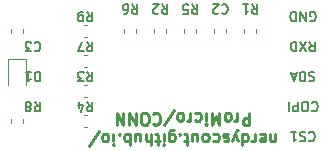
<source format=gbr>
G04 #@! TF.GenerationSoftware,KiCad,Pcbnew,5.1.5+dfsg1-2build2*
G04 #@! TF.CreationDate,2021-03-15T22:22:15+01:00*
G04 #@! TF.ProjectId,ProMicro_CONN,50726f4d-6963-4726-9f5f-434f4e4e2e6b,v1.5*
G04 #@! TF.SameCoordinates,Original*
G04 #@! TF.FileFunction,Legend,Top*
G04 #@! TF.FilePolarity,Positive*
%FSLAX46Y46*%
G04 Gerber Fmt 4.6, Leading zero omitted, Abs format (unit mm)*
G04 Created by KiCad*
%MOMM*%
%LPD*%
G04 APERTURE LIST*
%ADD10C,0.200000*%
%ADD11C,0.250000*%
%ADD12C,0.120000*%
G04 APERTURE END LIST*
D10*
X161804285Y-116554285D02*
X161842380Y-116516190D01*
X161956666Y-116478095D01*
X162032857Y-116478095D01*
X162147142Y-116516190D01*
X162223333Y-116592380D01*
X162261428Y-116668571D01*
X162299523Y-116820952D01*
X162299523Y-116935238D01*
X162261428Y-117087619D01*
X162223333Y-117163809D01*
X162147142Y-117240000D01*
X162032857Y-117278095D01*
X161956666Y-117278095D01*
X161842380Y-117240000D01*
X161804285Y-117201904D01*
X161499523Y-116516190D02*
X161385238Y-116478095D01*
X161194761Y-116478095D01*
X161118571Y-116516190D01*
X161080476Y-116554285D01*
X161042380Y-116630476D01*
X161042380Y-116706666D01*
X161080476Y-116782857D01*
X161118571Y-116820952D01*
X161194761Y-116859047D01*
X161347142Y-116897142D01*
X161423333Y-116935238D01*
X161461428Y-116973333D01*
X161499523Y-117049523D01*
X161499523Y-117125714D01*
X161461428Y-117201904D01*
X161423333Y-117240000D01*
X161347142Y-117278095D01*
X161156666Y-117278095D01*
X161042380Y-117240000D01*
X160280476Y-116478095D02*
X160737619Y-116478095D01*
X160509047Y-116478095D02*
X160509047Y-117278095D01*
X160585238Y-117163809D01*
X160661428Y-117087619D01*
X160737619Y-117049523D01*
X162051904Y-114014285D02*
X162090000Y-113976190D01*
X162204285Y-113938095D01*
X162280476Y-113938095D01*
X162394761Y-113976190D01*
X162470952Y-114052380D01*
X162509047Y-114128571D01*
X162547142Y-114280952D01*
X162547142Y-114395238D01*
X162509047Y-114547619D01*
X162470952Y-114623809D01*
X162394761Y-114700000D01*
X162280476Y-114738095D01*
X162204285Y-114738095D01*
X162090000Y-114700000D01*
X162051904Y-114661904D01*
X161556666Y-114738095D02*
X161404285Y-114738095D01*
X161328095Y-114700000D01*
X161251904Y-114623809D01*
X161213809Y-114471428D01*
X161213809Y-114204761D01*
X161251904Y-114052380D01*
X161328095Y-113976190D01*
X161404285Y-113938095D01*
X161556666Y-113938095D01*
X161632857Y-113976190D01*
X161709047Y-114052380D01*
X161747142Y-114204761D01*
X161747142Y-114471428D01*
X161709047Y-114623809D01*
X161632857Y-114700000D01*
X161556666Y-114738095D01*
X160870952Y-113938095D02*
X160870952Y-114738095D01*
X160566190Y-114738095D01*
X160490000Y-114700000D01*
X160451904Y-114661904D01*
X160413809Y-114585714D01*
X160413809Y-114471428D01*
X160451904Y-114395238D01*
X160490000Y-114357142D01*
X160566190Y-114319047D01*
X160870952Y-114319047D01*
X160070952Y-113938095D02*
X160070952Y-114738095D01*
X162261428Y-111436190D02*
X162147142Y-111398095D01*
X161956666Y-111398095D01*
X161880476Y-111436190D01*
X161842380Y-111474285D01*
X161804285Y-111550476D01*
X161804285Y-111626666D01*
X161842380Y-111702857D01*
X161880476Y-111740952D01*
X161956666Y-111779047D01*
X162109047Y-111817142D01*
X162185238Y-111855238D01*
X162223333Y-111893333D01*
X162261428Y-111969523D01*
X162261428Y-112045714D01*
X162223333Y-112121904D01*
X162185238Y-112160000D01*
X162109047Y-112198095D01*
X161918571Y-112198095D01*
X161804285Y-112160000D01*
X161461428Y-111398095D02*
X161461428Y-112198095D01*
X161270952Y-112198095D01*
X161156666Y-112160000D01*
X161080476Y-112083809D01*
X161042380Y-112007619D01*
X161004285Y-111855238D01*
X161004285Y-111740952D01*
X161042380Y-111588571D01*
X161080476Y-111512380D01*
X161156666Y-111436190D01*
X161270952Y-111398095D01*
X161461428Y-111398095D01*
X160699523Y-111626666D02*
X160318571Y-111626666D01*
X160775714Y-111398095D02*
X160509047Y-112198095D01*
X160242380Y-111398095D01*
X161823333Y-108858095D02*
X162090000Y-109239047D01*
X162280476Y-108858095D02*
X162280476Y-109658095D01*
X161975714Y-109658095D01*
X161899523Y-109620000D01*
X161861428Y-109581904D01*
X161823333Y-109505714D01*
X161823333Y-109391428D01*
X161861428Y-109315238D01*
X161899523Y-109277142D01*
X161975714Y-109239047D01*
X162280476Y-109239047D01*
X161556666Y-109658095D02*
X161023333Y-108858095D01*
X161023333Y-109658095D02*
X161556666Y-108858095D01*
X160718571Y-108858095D02*
X160718571Y-109658095D01*
X160528095Y-109658095D01*
X160413809Y-109620000D01*
X160337619Y-109543809D01*
X160299523Y-109467619D01*
X160261428Y-109315238D01*
X160261428Y-109200952D01*
X160299523Y-109048571D01*
X160337619Y-108972380D01*
X160413809Y-108896190D01*
X160528095Y-108858095D01*
X160718571Y-108858095D01*
X161899523Y-107080000D02*
X161975714Y-107118095D01*
X162090000Y-107118095D01*
X162204285Y-107080000D01*
X162280476Y-107003809D01*
X162318571Y-106927619D01*
X162356666Y-106775238D01*
X162356666Y-106660952D01*
X162318571Y-106508571D01*
X162280476Y-106432380D01*
X162204285Y-106356190D01*
X162090000Y-106318095D01*
X162013809Y-106318095D01*
X161899523Y-106356190D01*
X161861428Y-106394285D01*
X161861428Y-106660952D01*
X162013809Y-106660952D01*
X161518571Y-106318095D02*
X161518571Y-107118095D01*
X161061428Y-106318095D01*
X161061428Y-107118095D01*
X160680476Y-106318095D02*
X160680476Y-107118095D01*
X160490000Y-107118095D01*
X160375714Y-107080000D01*
X160299523Y-107003809D01*
X160261428Y-106927619D01*
X160223333Y-106775238D01*
X160223333Y-106660952D01*
X160261428Y-106508571D01*
X160299523Y-106432380D01*
X160375714Y-106356190D01*
X160490000Y-106318095D01*
X160680476Y-106318095D01*
D11*
X158963333Y-117294285D02*
X158963333Y-116627619D01*
X158963333Y-117199047D02*
X158915714Y-117246666D01*
X158820476Y-117294285D01*
X158677619Y-117294285D01*
X158582380Y-117246666D01*
X158534761Y-117151428D01*
X158534761Y-116627619D01*
X157677619Y-116675238D02*
X157772857Y-116627619D01*
X157963333Y-116627619D01*
X158058571Y-116675238D01*
X158106190Y-116770476D01*
X158106190Y-117151428D01*
X158058571Y-117246666D01*
X157963333Y-117294285D01*
X157772857Y-117294285D01*
X157677619Y-117246666D01*
X157630000Y-117151428D01*
X157630000Y-117056190D01*
X158106190Y-116960952D01*
X157201428Y-116627619D02*
X157201428Y-117294285D01*
X157201428Y-117103809D02*
X157153809Y-117199047D01*
X157106190Y-117246666D01*
X157010952Y-117294285D01*
X156915714Y-117294285D01*
X156153809Y-116627619D02*
X156153809Y-117627619D01*
X156153809Y-116675238D02*
X156249047Y-116627619D01*
X156439523Y-116627619D01*
X156534761Y-116675238D01*
X156582380Y-116722857D01*
X156630000Y-116818095D01*
X156630000Y-117103809D01*
X156582380Y-117199047D01*
X156534761Y-117246666D01*
X156439523Y-117294285D01*
X156249047Y-117294285D01*
X156153809Y-117246666D01*
X155772857Y-117294285D02*
X155534761Y-116627619D01*
X155296666Y-117294285D02*
X155534761Y-116627619D01*
X155630000Y-116389523D01*
X155677619Y-116341904D01*
X155772857Y-116294285D01*
X154963333Y-116675238D02*
X154868095Y-116627619D01*
X154677619Y-116627619D01*
X154582380Y-116675238D01*
X154534761Y-116770476D01*
X154534761Y-116818095D01*
X154582380Y-116913333D01*
X154677619Y-116960952D01*
X154820476Y-116960952D01*
X154915714Y-117008571D01*
X154963333Y-117103809D01*
X154963333Y-117151428D01*
X154915714Y-117246666D01*
X154820476Y-117294285D01*
X154677619Y-117294285D01*
X154582380Y-117246666D01*
X153677619Y-116675238D02*
X153772857Y-116627619D01*
X153963333Y-116627619D01*
X154058571Y-116675238D01*
X154106190Y-116722857D01*
X154153809Y-116818095D01*
X154153809Y-117103809D01*
X154106190Y-117199047D01*
X154058571Y-117246666D01*
X153963333Y-117294285D01*
X153772857Y-117294285D01*
X153677619Y-117246666D01*
X153106190Y-116627619D02*
X153201428Y-116675238D01*
X153249047Y-116722857D01*
X153296666Y-116818095D01*
X153296666Y-117103809D01*
X153249047Y-117199047D01*
X153201428Y-117246666D01*
X153106190Y-117294285D01*
X152963333Y-117294285D01*
X152868095Y-117246666D01*
X152820476Y-117199047D01*
X152772857Y-117103809D01*
X152772857Y-116818095D01*
X152820476Y-116722857D01*
X152868095Y-116675238D01*
X152963333Y-116627619D01*
X153106190Y-116627619D01*
X151915714Y-117294285D02*
X151915714Y-116627619D01*
X152344285Y-117294285D02*
X152344285Y-116770476D01*
X152296666Y-116675238D01*
X152201428Y-116627619D01*
X152058571Y-116627619D01*
X151963333Y-116675238D01*
X151915714Y-116722857D01*
X151582380Y-117294285D02*
X151201428Y-117294285D01*
X151439523Y-117627619D02*
X151439523Y-116770476D01*
X151391904Y-116675238D01*
X151296666Y-116627619D01*
X151201428Y-116627619D01*
X150868095Y-116722857D02*
X150820476Y-116675238D01*
X150868095Y-116627619D01*
X150915714Y-116675238D01*
X150868095Y-116722857D01*
X150868095Y-116627619D01*
X149963333Y-117294285D02*
X149963333Y-116484761D01*
X150010952Y-116389523D01*
X150058571Y-116341904D01*
X150153809Y-116294285D01*
X150296666Y-116294285D01*
X150391904Y-116341904D01*
X149963333Y-116675238D02*
X150058571Y-116627619D01*
X150249047Y-116627619D01*
X150344285Y-116675238D01*
X150391904Y-116722857D01*
X150439523Y-116818095D01*
X150439523Y-117103809D01*
X150391904Y-117199047D01*
X150344285Y-117246666D01*
X150249047Y-117294285D01*
X150058571Y-117294285D01*
X149963333Y-117246666D01*
X149487142Y-116627619D02*
X149487142Y-117294285D01*
X149487142Y-117627619D02*
X149534761Y-117580000D01*
X149487142Y-117532380D01*
X149439523Y-117580000D01*
X149487142Y-117627619D01*
X149487142Y-117532380D01*
X149153809Y-117294285D02*
X148772857Y-117294285D01*
X149010952Y-117627619D02*
X149010952Y-116770476D01*
X148963333Y-116675238D01*
X148868095Y-116627619D01*
X148772857Y-116627619D01*
X148439523Y-116627619D02*
X148439523Y-117627619D01*
X148010952Y-116627619D02*
X148010952Y-117151428D01*
X148058571Y-117246666D01*
X148153809Y-117294285D01*
X148296666Y-117294285D01*
X148391904Y-117246666D01*
X148439523Y-117199047D01*
X147106190Y-117294285D02*
X147106190Y-116627619D01*
X147534761Y-117294285D02*
X147534761Y-116770476D01*
X147487142Y-116675238D01*
X147391904Y-116627619D01*
X147249047Y-116627619D01*
X147153809Y-116675238D01*
X147106190Y-116722857D01*
X146630000Y-116627619D02*
X146630000Y-117627619D01*
X146630000Y-117246666D02*
X146534761Y-117294285D01*
X146344285Y-117294285D01*
X146249047Y-117246666D01*
X146201428Y-117199047D01*
X146153809Y-117103809D01*
X146153809Y-116818095D01*
X146201428Y-116722857D01*
X146249047Y-116675238D01*
X146344285Y-116627619D01*
X146534761Y-116627619D01*
X146630000Y-116675238D01*
X145725238Y-116722857D02*
X145677619Y-116675238D01*
X145725238Y-116627619D01*
X145772857Y-116675238D01*
X145725238Y-116722857D01*
X145725238Y-116627619D01*
X145249047Y-116627619D02*
X145249047Y-117294285D01*
X145249047Y-117627619D02*
X145296666Y-117580000D01*
X145249047Y-117532380D01*
X145201428Y-117580000D01*
X145249047Y-117627619D01*
X145249047Y-117532380D01*
X144630000Y-116627619D02*
X144725238Y-116675238D01*
X144772857Y-116722857D01*
X144820476Y-116818095D01*
X144820476Y-117103809D01*
X144772857Y-117199047D01*
X144725238Y-117246666D01*
X144630000Y-117294285D01*
X144487142Y-117294285D01*
X144391904Y-117246666D01*
X144344285Y-117199047D01*
X144296666Y-117103809D01*
X144296666Y-116818095D01*
X144344285Y-116722857D01*
X144391904Y-116675238D01*
X144487142Y-116627619D01*
X144630000Y-116627619D01*
X143153809Y-117675238D02*
X144010952Y-116389523D01*
X156749047Y-114877619D02*
X156749047Y-115877619D01*
X156368095Y-115877619D01*
X156272857Y-115830000D01*
X156225238Y-115782380D01*
X156177619Y-115687142D01*
X156177619Y-115544285D01*
X156225238Y-115449047D01*
X156272857Y-115401428D01*
X156368095Y-115353809D01*
X156749047Y-115353809D01*
X155749047Y-114877619D02*
X155749047Y-115544285D01*
X155749047Y-115353809D02*
X155701428Y-115449047D01*
X155653809Y-115496666D01*
X155558571Y-115544285D01*
X155463333Y-115544285D01*
X154987142Y-114877619D02*
X155082380Y-114925238D01*
X155130000Y-114972857D01*
X155177619Y-115068095D01*
X155177619Y-115353809D01*
X155130000Y-115449047D01*
X155082380Y-115496666D01*
X154987142Y-115544285D01*
X154844285Y-115544285D01*
X154749047Y-115496666D01*
X154701428Y-115449047D01*
X154653809Y-115353809D01*
X154653809Y-115068095D01*
X154701428Y-114972857D01*
X154749047Y-114925238D01*
X154844285Y-114877619D01*
X154987142Y-114877619D01*
X154225238Y-114877619D02*
X154225238Y-115877619D01*
X153891904Y-115163333D01*
X153558571Y-115877619D01*
X153558571Y-114877619D01*
X153082380Y-114877619D02*
X153082380Y-115544285D01*
X153082380Y-115877619D02*
X153130000Y-115830000D01*
X153082380Y-115782380D01*
X153034761Y-115830000D01*
X153082380Y-115877619D01*
X153082380Y-115782380D01*
X152177619Y-114925238D02*
X152272857Y-114877619D01*
X152463333Y-114877619D01*
X152558571Y-114925238D01*
X152606190Y-114972857D01*
X152653809Y-115068095D01*
X152653809Y-115353809D01*
X152606190Y-115449047D01*
X152558571Y-115496666D01*
X152463333Y-115544285D01*
X152272857Y-115544285D01*
X152177619Y-115496666D01*
X151749047Y-114877619D02*
X151749047Y-115544285D01*
X151749047Y-115353809D02*
X151701428Y-115449047D01*
X151653809Y-115496666D01*
X151558571Y-115544285D01*
X151463333Y-115544285D01*
X150987142Y-114877619D02*
X151082380Y-114925238D01*
X151130000Y-114972857D01*
X151177619Y-115068095D01*
X151177619Y-115353809D01*
X151130000Y-115449047D01*
X151082380Y-115496666D01*
X150987142Y-115544285D01*
X150844285Y-115544285D01*
X150749047Y-115496666D01*
X150701428Y-115449047D01*
X150653809Y-115353809D01*
X150653809Y-115068095D01*
X150701428Y-114972857D01*
X150749047Y-114925238D01*
X150844285Y-114877619D01*
X150987142Y-114877619D01*
X149510952Y-115925238D02*
X150368095Y-114639523D01*
X148606190Y-114972857D02*
X148653809Y-114925238D01*
X148796666Y-114877619D01*
X148891904Y-114877619D01*
X149034761Y-114925238D01*
X149130000Y-115020476D01*
X149177619Y-115115714D01*
X149225238Y-115306190D01*
X149225238Y-115449047D01*
X149177619Y-115639523D01*
X149130000Y-115734761D01*
X149034761Y-115830000D01*
X148891904Y-115877619D01*
X148796666Y-115877619D01*
X148653809Y-115830000D01*
X148606190Y-115782380D01*
X147987142Y-115877619D02*
X147796666Y-115877619D01*
X147701428Y-115830000D01*
X147606190Y-115734761D01*
X147558571Y-115544285D01*
X147558571Y-115210952D01*
X147606190Y-115020476D01*
X147701428Y-114925238D01*
X147796666Y-114877619D01*
X147987142Y-114877619D01*
X148082380Y-114925238D01*
X148177619Y-115020476D01*
X148225238Y-115210952D01*
X148225238Y-115544285D01*
X148177619Y-115734761D01*
X148082380Y-115830000D01*
X147987142Y-115877619D01*
X147130000Y-114877619D02*
X147130000Y-115877619D01*
X146558571Y-114877619D01*
X146558571Y-115877619D01*
X146082380Y-114877619D02*
X146082380Y-115877619D01*
X145510952Y-114877619D01*
X145510952Y-115877619D01*
D12*
X142712221Y-116080000D02*
X143037779Y-116080000D01*
X142712221Y-115060000D02*
X143037779Y-115060000D01*
X143037779Y-107440000D02*
X142712221Y-107440000D01*
X143037779Y-108460000D02*
X142712221Y-108460000D01*
X137606548Y-115407221D02*
X137606548Y-115732779D01*
X136586548Y-115407221D02*
X136586548Y-115732779D01*
X143037779Y-111000000D02*
X142712221Y-111000000D01*
X143037779Y-109980000D02*
X142712221Y-109980000D01*
X146175000Y-108112779D02*
X146175000Y-107787221D01*
X147195000Y-108112779D02*
X147195000Y-107787221D01*
X151255000Y-108112779D02*
X151255000Y-107787221D01*
X152275000Y-108112779D02*
X152275000Y-107787221D01*
X142712221Y-112520000D02*
X143037779Y-112520000D01*
X142712221Y-113540000D02*
X143037779Y-113540000D01*
X148715000Y-108112779D02*
X148715000Y-107787221D01*
X149735000Y-108112779D02*
X149735000Y-107787221D01*
X156335000Y-108112779D02*
X156335000Y-107787221D01*
X157355000Y-108112779D02*
X157355000Y-107787221D01*
X136586548Y-108112779D02*
X136586548Y-107787221D01*
X137606548Y-108112779D02*
X137606548Y-107787221D01*
X153795000Y-108112779D02*
X153795000Y-107787221D01*
X154815000Y-108112779D02*
X154815000Y-107787221D01*
X136361548Y-110275000D02*
X136361548Y-112560000D01*
X137831548Y-110275000D02*
X136361548Y-110275000D01*
X137831548Y-112560000D02*
X137831548Y-110275000D01*
D10*
X143008333Y-113938095D02*
X143275000Y-114319047D01*
X143465476Y-113938095D02*
X143465476Y-114738095D01*
X143160714Y-114738095D01*
X143084523Y-114700000D01*
X143046428Y-114661904D01*
X143008333Y-114585714D01*
X143008333Y-114471428D01*
X143046428Y-114395238D01*
X143084523Y-114357142D01*
X143160714Y-114319047D01*
X143465476Y-114319047D01*
X142322619Y-114471428D02*
X142322619Y-113938095D01*
X142513095Y-114776190D02*
X142703571Y-114204761D01*
X142208333Y-114204761D01*
X143008333Y-106318095D02*
X143275000Y-106699047D01*
X143465476Y-106318095D02*
X143465476Y-107118095D01*
X143160714Y-107118095D01*
X143084523Y-107080000D01*
X143046428Y-107041904D01*
X143008333Y-106965714D01*
X143008333Y-106851428D01*
X143046428Y-106775238D01*
X143084523Y-106737142D01*
X143160714Y-106699047D01*
X143465476Y-106699047D01*
X142627380Y-106318095D02*
X142475000Y-106318095D01*
X142398809Y-106356190D01*
X142360714Y-106394285D01*
X142284523Y-106508571D01*
X142246428Y-106660952D01*
X142246428Y-106965714D01*
X142284523Y-107041904D01*
X142322619Y-107080000D01*
X142398809Y-107118095D01*
X142551190Y-107118095D01*
X142627380Y-107080000D01*
X142665476Y-107041904D01*
X142703571Y-106965714D01*
X142703571Y-106775238D01*
X142665476Y-106699047D01*
X142627380Y-106660952D01*
X142551190Y-106622857D01*
X142398809Y-106622857D01*
X142322619Y-106660952D01*
X142284523Y-106699047D01*
X142246428Y-106775238D01*
X138563333Y-113938095D02*
X138830000Y-114319047D01*
X139020476Y-113938095D02*
X139020476Y-114738095D01*
X138715714Y-114738095D01*
X138639523Y-114700000D01*
X138601428Y-114661904D01*
X138563333Y-114585714D01*
X138563333Y-114471428D01*
X138601428Y-114395238D01*
X138639523Y-114357142D01*
X138715714Y-114319047D01*
X139020476Y-114319047D01*
X138106190Y-114395238D02*
X138182380Y-114433333D01*
X138220476Y-114471428D01*
X138258571Y-114547619D01*
X138258571Y-114585714D01*
X138220476Y-114661904D01*
X138182380Y-114700000D01*
X138106190Y-114738095D01*
X137953809Y-114738095D01*
X137877619Y-114700000D01*
X137839523Y-114661904D01*
X137801428Y-114585714D01*
X137801428Y-114547619D01*
X137839523Y-114471428D01*
X137877619Y-114433333D01*
X137953809Y-114395238D01*
X138106190Y-114395238D01*
X138182380Y-114357142D01*
X138220476Y-114319047D01*
X138258571Y-114242857D01*
X138258571Y-114090476D01*
X138220476Y-114014285D01*
X138182380Y-113976190D01*
X138106190Y-113938095D01*
X137953809Y-113938095D01*
X137877619Y-113976190D01*
X137839523Y-114014285D01*
X137801428Y-114090476D01*
X137801428Y-114242857D01*
X137839523Y-114319047D01*
X137877619Y-114357142D01*
X137953809Y-114395238D01*
X143008333Y-108858095D02*
X143275000Y-109239047D01*
X143465476Y-108858095D02*
X143465476Y-109658095D01*
X143160714Y-109658095D01*
X143084523Y-109620000D01*
X143046428Y-109581904D01*
X143008333Y-109505714D01*
X143008333Y-109391428D01*
X143046428Y-109315238D01*
X143084523Y-109277142D01*
X143160714Y-109239047D01*
X143465476Y-109239047D01*
X142741666Y-109658095D02*
X142208333Y-109658095D01*
X142551190Y-108858095D01*
X146818333Y-105683095D02*
X147085000Y-106064047D01*
X147275476Y-105683095D02*
X147275476Y-106483095D01*
X146970714Y-106483095D01*
X146894523Y-106445000D01*
X146856428Y-106406904D01*
X146818333Y-106330714D01*
X146818333Y-106216428D01*
X146856428Y-106140238D01*
X146894523Y-106102142D01*
X146970714Y-106064047D01*
X147275476Y-106064047D01*
X146132619Y-106483095D02*
X146285000Y-106483095D01*
X146361190Y-106445000D01*
X146399285Y-106406904D01*
X146475476Y-106292619D01*
X146513571Y-106140238D01*
X146513571Y-105835476D01*
X146475476Y-105759285D01*
X146437380Y-105721190D01*
X146361190Y-105683095D01*
X146208809Y-105683095D01*
X146132619Y-105721190D01*
X146094523Y-105759285D01*
X146056428Y-105835476D01*
X146056428Y-106025952D01*
X146094523Y-106102142D01*
X146132619Y-106140238D01*
X146208809Y-106178333D01*
X146361190Y-106178333D01*
X146437380Y-106140238D01*
X146475476Y-106102142D01*
X146513571Y-106025952D01*
X151898333Y-105683095D02*
X152165000Y-106064047D01*
X152355476Y-105683095D02*
X152355476Y-106483095D01*
X152050714Y-106483095D01*
X151974523Y-106445000D01*
X151936428Y-106406904D01*
X151898333Y-106330714D01*
X151898333Y-106216428D01*
X151936428Y-106140238D01*
X151974523Y-106102142D01*
X152050714Y-106064047D01*
X152355476Y-106064047D01*
X151174523Y-106483095D02*
X151555476Y-106483095D01*
X151593571Y-106102142D01*
X151555476Y-106140238D01*
X151479285Y-106178333D01*
X151288809Y-106178333D01*
X151212619Y-106140238D01*
X151174523Y-106102142D01*
X151136428Y-106025952D01*
X151136428Y-105835476D01*
X151174523Y-105759285D01*
X151212619Y-105721190D01*
X151288809Y-105683095D01*
X151479285Y-105683095D01*
X151555476Y-105721190D01*
X151593571Y-105759285D01*
X143008333Y-111398095D02*
X143275000Y-111779047D01*
X143465476Y-111398095D02*
X143465476Y-112198095D01*
X143160714Y-112198095D01*
X143084523Y-112160000D01*
X143046428Y-112121904D01*
X143008333Y-112045714D01*
X143008333Y-111931428D01*
X143046428Y-111855238D01*
X143084523Y-111817142D01*
X143160714Y-111779047D01*
X143465476Y-111779047D01*
X142741666Y-112198095D02*
X142246428Y-112198095D01*
X142513095Y-111893333D01*
X142398809Y-111893333D01*
X142322619Y-111855238D01*
X142284523Y-111817142D01*
X142246428Y-111740952D01*
X142246428Y-111550476D01*
X142284523Y-111474285D01*
X142322619Y-111436190D01*
X142398809Y-111398095D01*
X142627380Y-111398095D01*
X142703571Y-111436190D01*
X142741666Y-111474285D01*
X149358333Y-105683095D02*
X149625000Y-106064047D01*
X149815476Y-105683095D02*
X149815476Y-106483095D01*
X149510714Y-106483095D01*
X149434523Y-106445000D01*
X149396428Y-106406904D01*
X149358333Y-106330714D01*
X149358333Y-106216428D01*
X149396428Y-106140238D01*
X149434523Y-106102142D01*
X149510714Y-106064047D01*
X149815476Y-106064047D01*
X149053571Y-106406904D02*
X149015476Y-106445000D01*
X148939285Y-106483095D01*
X148748809Y-106483095D01*
X148672619Y-106445000D01*
X148634523Y-106406904D01*
X148596428Y-106330714D01*
X148596428Y-106254523D01*
X148634523Y-106140238D01*
X149091666Y-105683095D01*
X148596428Y-105683095D01*
X156978333Y-105683095D02*
X157245000Y-106064047D01*
X157435476Y-105683095D02*
X157435476Y-106483095D01*
X157130714Y-106483095D01*
X157054523Y-106445000D01*
X157016428Y-106406904D01*
X156978333Y-106330714D01*
X156978333Y-106216428D01*
X157016428Y-106140238D01*
X157054523Y-106102142D01*
X157130714Y-106064047D01*
X157435476Y-106064047D01*
X156216428Y-105683095D02*
X156673571Y-105683095D01*
X156445000Y-105683095D02*
X156445000Y-106483095D01*
X156521190Y-106368809D01*
X156597380Y-106292619D01*
X156673571Y-106254523D01*
X138563333Y-108934285D02*
X138601428Y-108896190D01*
X138715714Y-108858095D01*
X138791904Y-108858095D01*
X138906190Y-108896190D01*
X138982380Y-108972380D01*
X139020476Y-109048571D01*
X139058571Y-109200952D01*
X139058571Y-109315238D01*
X139020476Y-109467619D01*
X138982380Y-109543809D01*
X138906190Y-109620000D01*
X138791904Y-109658095D01*
X138715714Y-109658095D01*
X138601428Y-109620000D01*
X138563333Y-109581904D01*
X138296666Y-109658095D02*
X137801428Y-109658095D01*
X138068095Y-109353333D01*
X137953809Y-109353333D01*
X137877619Y-109315238D01*
X137839523Y-109277142D01*
X137801428Y-109200952D01*
X137801428Y-109010476D01*
X137839523Y-108934285D01*
X137877619Y-108896190D01*
X137953809Y-108858095D01*
X138182380Y-108858095D01*
X138258571Y-108896190D01*
X138296666Y-108934285D01*
X154438333Y-105759285D02*
X154476428Y-105721190D01*
X154590714Y-105683095D01*
X154666904Y-105683095D01*
X154781190Y-105721190D01*
X154857380Y-105797380D01*
X154895476Y-105873571D01*
X154933571Y-106025952D01*
X154933571Y-106140238D01*
X154895476Y-106292619D01*
X154857380Y-106368809D01*
X154781190Y-106445000D01*
X154666904Y-106483095D01*
X154590714Y-106483095D01*
X154476428Y-106445000D01*
X154438333Y-106406904D01*
X154133571Y-106406904D02*
X154095476Y-106445000D01*
X154019285Y-106483095D01*
X153828809Y-106483095D01*
X153752619Y-106445000D01*
X153714523Y-106406904D01*
X153676428Y-106330714D01*
X153676428Y-106254523D01*
X153714523Y-106140238D01*
X154171666Y-105683095D01*
X153676428Y-105683095D01*
X139020476Y-111398095D02*
X139020476Y-112198095D01*
X138830000Y-112198095D01*
X138715714Y-112160000D01*
X138639523Y-112083809D01*
X138601428Y-112007619D01*
X138563333Y-111855238D01*
X138563333Y-111740952D01*
X138601428Y-111588571D01*
X138639523Y-111512380D01*
X138715714Y-111436190D01*
X138830000Y-111398095D01*
X139020476Y-111398095D01*
X137801428Y-111398095D02*
X138258571Y-111398095D01*
X138030000Y-111398095D02*
X138030000Y-112198095D01*
X138106190Y-112083809D01*
X138182380Y-112007619D01*
X138258571Y-111969523D01*
M02*

</source>
